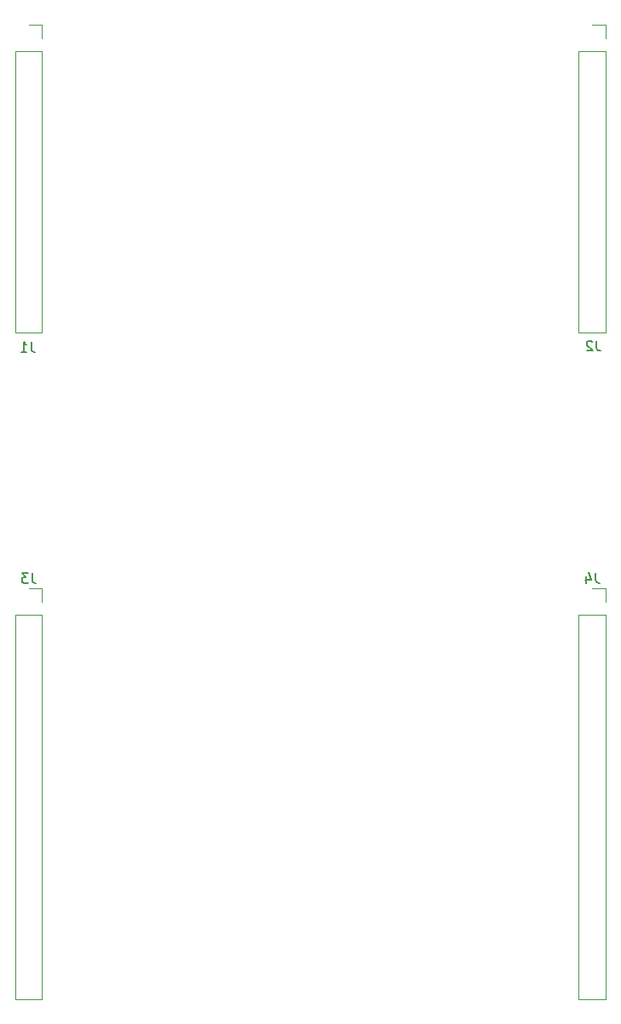
<source format=gbr>
%TF.GenerationSoftware,KiCad,Pcbnew,8.0.3*%
%TF.CreationDate,2024-06-18T15:39:12+01:00*%
%TF.ProjectId,Sinosaur_Components,53696e6f-7361-4757-925f-436f6d706f6e,rev?*%
%TF.SameCoordinates,Original*%
%TF.FileFunction,Legend,Bot*%
%TF.FilePolarity,Positive*%
%FSLAX46Y46*%
G04 Gerber Fmt 4.6, Leading zero omitted, Abs format (unit mm)*
G04 Created by KiCad (PCBNEW 8.0.3) date 2024-06-18 15:39:12*
%MOMM*%
%LPD*%
G01*
G04 APERTURE LIST*
%ADD10C,0.150000*%
%ADD11C,0.120000*%
G04 APERTURE END LIST*
D10*
X102233333Y-83154819D02*
X102233333Y-83869104D01*
X102233333Y-83869104D02*
X102280952Y-84011961D01*
X102280952Y-84011961D02*
X102376190Y-84107200D01*
X102376190Y-84107200D02*
X102519047Y-84154819D01*
X102519047Y-84154819D02*
X102614285Y-84154819D01*
X101233333Y-84154819D02*
X101804761Y-84154819D01*
X101519047Y-84154819D02*
X101519047Y-83154819D01*
X101519047Y-83154819D02*
X101614285Y-83297676D01*
X101614285Y-83297676D02*
X101709523Y-83392914D01*
X101709523Y-83392914D02*
X101804761Y-83440533D01*
X158333333Y-106124819D02*
X158333333Y-106839104D01*
X158333333Y-106839104D02*
X158380952Y-106981961D01*
X158380952Y-106981961D02*
X158476190Y-107077200D01*
X158476190Y-107077200D02*
X158619047Y-107124819D01*
X158619047Y-107124819D02*
X158714285Y-107124819D01*
X157428571Y-106458152D02*
X157428571Y-107124819D01*
X157666666Y-106077200D02*
X157904761Y-106791485D01*
X157904761Y-106791485D02*
X157285714Y-106791485D01*
X158433333Y-83054819D02*
X158433333Y-83769104D01*
X158433333Y-83769104D02*
X158480952Y-83911961D01*
X158480952Y-83911961D02*
X158576190Y-84007200D01*
X158576190Y-84007200D02*
X158719047Y-84054819D01*
X158719047Y-84054819D02*
X158814285Y-84054819D01*
X158004761Y-83150057D02*
X157957142Y-83102438D01*
X157957142Y-83102438D02*
X157861904Y-83054819D01*
X157861904Y-83054819D02*
X157623809Y-83054819D01*
X157623809Y-83054819D02*
X157528571Y-83102438D01*
X157528571Y-83102438D02*
X157480952Y-83150057D01*
X157480952Y-83150057D02*
X157433333Y-83245295D01*
X157433333Y-83245295D02*
X157433333Y-83340533D01*
X157433333Y-83340533D02*
X157480952Y-83483390D01*
X157480952Y-83483390D02*
X158052380Y-84054819D01*
X158052380Y-84054819D02*
X157433333Y-84054819D01*
X102333333Y-106124819D02*
X102333333Y-106839104D01*
X102333333Y-106839104D02*
X102380952Y-106981961D01*
X102380952Y-106981961D02*
X102476190Y-107077200D01*
X102476190Y-107077200D02*
X102619047Y-107124819D01*
X102619047Y-107124819D02*
X102714285Y-107124819D01*
X101952380Y-106124819D02*
X101333333Y-106124819D01*
X101333333Y-106124819D02*
X101666666Y-106505771D01*
X101666666Y-106505771D02*
X101523809Y-106505771D01*
X101523809Y-106505771D02*
X101428571Y-106553390D01*
X101428571Y-106553390D02*
X101380952Y-106601009D01*
X101380952Y-106601009D02*
X101333333Y-106696247D01*
X101333333Y-106696247D02*
X101333333Y-106934342D01*
X101333333Y-106934342D02*
X101380952Y-107029580D01*
X101380952Y-107029580D02*
X101428571Y-107077200D01*
X101428571Y-107077200D02*
X101523809Y-107124819D01*
X101523809Y-107124819D02*
X101809523Y-107124819D01*
X101809523Y-107124819D02*
X101904761Y-107077200D01*
X101904761Y-107077200D02*
X101952380Y-107029580D01*
D11*
%TO.C,J1*%
X100670000Y-54270000D02*
X103330000Y-54270000D01*
X100670000Y-82270000D02*
X100670000Y-54270000D01*
X100670000Y-82270000D02*
X103330000Y-82270000D01*
X102000000Y-51670000D02*
X103330000Y-51670000D01*
X103330000Y-51670000D02*
X103330000Y-53000000D01*
X103330000Y-82270000D02*
X103330000Y-54270000D01*
%TO.C,J4*%
X156670000Y-110270000D02*
X159330000Y-110270000D01*
X156670000Y-148430000D02*
X156670000Y-110270000D01*
X156670000Y-148430000D02*
X159330000Y-148430000D01*
X158000000Y-107670000D02*
X159330000Y-107670000D01*
X159330000Y-107670000D02*
X159330000Y-109000000D01*
X159330000Y-148430000D02*
X159330000Y-110270000D01*
%TO.C,J2*%
X156670000Y-54270000D02*
X159330000Y-54270000D01*
X156670000Y-82270000D02*
X156670000Y-54270000D01*
X156670000Y-82270000D02*
X159330000Y-82270000D01*
X158000000Y-51670000D02*
X159330000Y-51670000D01*
X159330000Y-51670000D02*
X159330000Y-53000000D01*
X159330000Y-82270000D02*
X159330000Y-54270000D01*
%TO.C,J3*%
X100670000Y-110270000D02*
X103330000Y-110270000D01*
X100670000Y-148430000D02*
X100670000Y-110270000D01*
X100670000Y-148430000D02*
X103330000Y-148430000D01*
X102000000Y-107670000D02*
X103330000Y-107670000D01*
X103330000Y-107670000D02*
X103330000Y-109000000D01*
X103330000Y-148430000D02*
X103330000Y-110270000D01*
%TD*%
M02*

</source>
